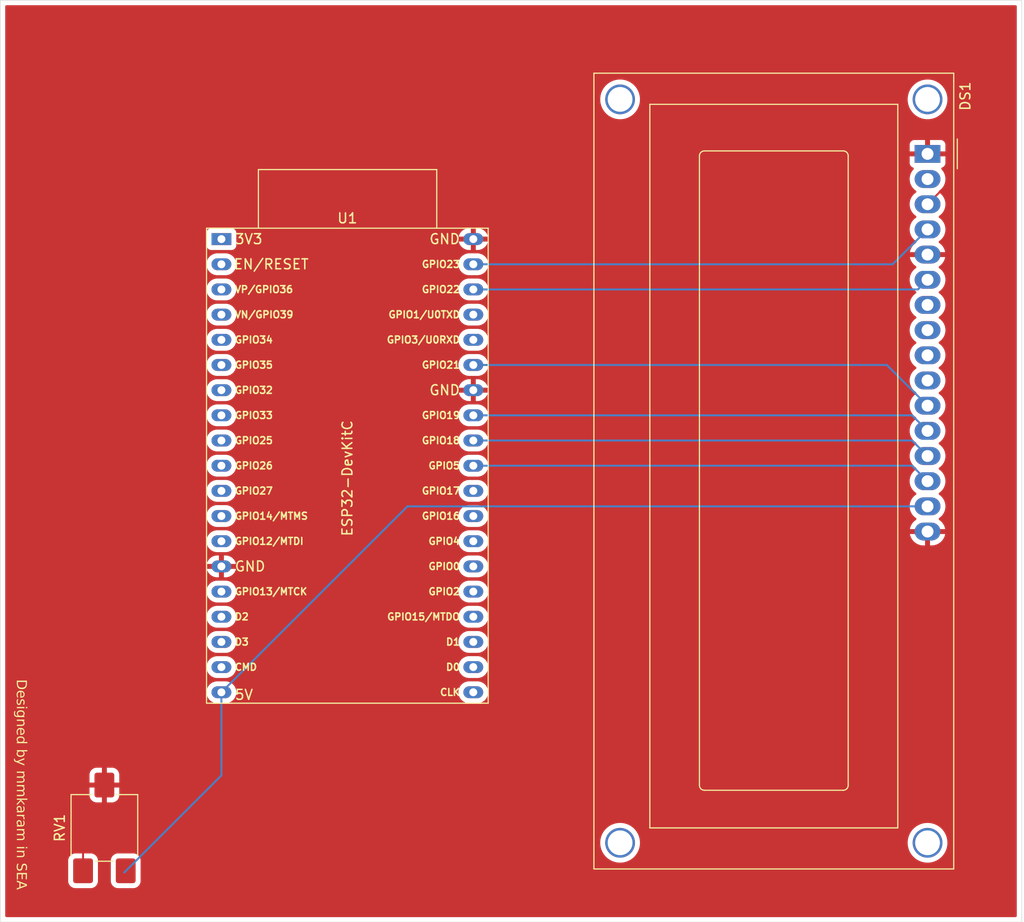
<source format=kicad_pcb>
(kicad_pcb (version 20241229) (generator "pcbnew") (generator_version "9.0")
  (layers (0 "F.Cu" signal) (2 "B.Cu" signal) (13 "F.Paste" user) (15 "B.Paste" user) (5 "F.SilkS" user "F.Silkscreen") (7 "B.SilkS" user "B.Silkscreen") (1 "F.Mask" user) (3 "B.Mask" user) (25 "Edge.Cuts" user))
  (net 0 "")
  (net 2 "Net-(DS1-LED(+))")
  (net 5 "Net-(DS1-RS)")
  (net 6 "Net-(DS1-D5)")
  (net 7 "Net-(DS1-VO)")
  (net 8 "Net-(DS1-E)")
  (net 10 "Net-(DS1-D6)")
  (net 11 "Net-(DS1-D7)")
  (net 12 "Net-(DS1-D4)")
  (net 41 "GND")
  (footprint "Display:WC1602A" (layer "F.Cu") (at 186.5 83.5 -90)
    (property "Reference" "DS1" (at -5.82 -3.81 90) (layer "F.SilkS"))
    (property "Value" "WC1602A")
    (fp_line (start -8.14 33.64) (end 72.14 33.64) (stroke (width 0.12)) (layer "F.SilkS"))
    (fp_line (start 72.14 33.64) (end 72.14 -2.64) (stroke (width 0.12)) (layer "F.SilkS"))
    (fp_line (start -5 28) (end -5 3) (stroke (width 0.12)) (layer "F.SilkS"))
    (fp_line (start 68 28) (end -5 28) (stroke (width 0.12)) (layer "F.SilkS"))
    (fp_line (start 63.70066 23) (end 0.2 23) (stroke (width 0.12)) (layer "F.SilkS"))
    (fp_line (start -0.29972 22.49932) (end -0.29972 8.5) (stroke (width 0.12)) (layer "F.SilkS"))
    (fp_line (start 64.2 8.5) (end 64.2 22.5) (stroke (width 0.12)) (layer "F.SilkS"))
    (fp_line (start 0.2 8) (end 63.7 8) (stroke (width 0.12)) (layer "F.SilkS"))
    (fp_line (start -5 3) (end 68 3) (stroke (width 0.12)) (layer "F.SilkS"))
    (fp_line (start 68 3) (end 68 28) (stroke (width 0.12)) (layer "F.SilkS"))
    (fp_line (start -8.14 -2.64) (end -8.14 33.64) (stroke (width 0.12)) (layer "F.SilkS"))
    (fp_line (start -8.13 -2.64) (end -7.34 -2.64) (stroke (width 0.12)) (layer "F.SilkS"))
    (fp_line (start 72.14 -2.64) (end -7.34 -2.64) (stroke (width 0.12)) (layer "F.SilkS"))
    (fp_line (start -1.5 -3) (end 1.5 -3) (stroke (width 0.12)) (layer "F.SilkS"))
    (fp_arc (start 0.20066 22.9997) (mid -0.153162 22.853142) (end -0.29972 22.49932) (stroke (width 0.12)) (layer "F.SilkS"))
    (fp_arc (start 64.20104 22.49932) (mid 64.054482 22.853142) (end 63.70066 22.9997) (stroke (width 0.12)) (layer "F.SilkS"))
    (fp_arc (start -0.29972 8.49884) (mid -0.153162 8.145018) (end 0.20066 7.99846) (stroke (width 0.12)) (layer "F.SilkS"))
    (fp_arc (start 63.7 8) (mid 64.053553 8.146447) (end 64.2 8.5) (stroke (width 0.12)) (layer "F.SilkS"))
    (pad "" thru_hole circle (at -5.4991 0 270) (size 3 3) (drill 2.5) (layers "*.Cu" "*.Mask"))
    (pad "" thru_hole circle (at -5.4991 31.0007 270) (size 3 3) (drill 2.5) (layers "*.Cu" "*.Mask"))
    (pad "" thru_hole circle (at 69.49948 31.0007 270) (size 3 3) (drill 2.5) (layers "*.Cu" "*.Mask"))
    (pad "" thru_hole circle (at 69.5 0 270) (size 3 3) (drill 2.5) (layers "*.Cu" "*.Mask"))
    (pad "1" thru_hole rect (at 0 0 270) (size 1.8 2.6) (drill 1.2) (layers "*.Cu" "*.Mask") (net 41 "GND"))
    (pad "2" thru_hole oval (at 2.54 0 270) (size 1.8 2.6) (drill 1.2) (layers "*.Cu" "*.Mask") (net 2 "Net-(DS1-LED(+))"))
    (pad "3" thru_hole oval (at 5.08 0 270) (size 1.8 2.6) (drill 1.2) (layers "*.Cu" "*.Mask") (net 7 "Net-(DS1-VO)"))
    (pad "4" thru_hole oval (at 7.62 0 270) (size 1.8 2.6) (drill 1.2) (layers "*.Cu" "*.Mask") (net 5 "Net-(DS1-RS)"))
    (pad "5" thru_hole oval (at 10.16 0 270) (size 1.8 2.6) (drill 1.2) (layers "*.Cu" "*.Mask") (net 41 "GND"))
    (pad "6" thru_hole oval (at 12.7 0 270) (size 1.8 2.6) (drill 1.2) (layers "*.Cu" "*.Mask") (net 8 "Net-(DS1-E)"))
    (pad "7" thru_hole oval (at 15.24 0 270) (size 1.8 2.6) (drill 1.2) (layers "*.Cu" "*.Mask"))
    (pad "8" thru_hole oval (at 17.78 0 270) (size 1.8 2.6) (drill 1.2) (layers "*.Cu" "*.Mask"))
    (pad "9" thru_hole oval (at 20.32 0 270) (size 1.8 2.6) (drill 1.2) (layers "*.Cu" "*.Mask"))
    (pad "10" thru_hole oval (at 22.86 0 270) (size 1.8 2.6) (drill 1.2) (layers "*.Cu" "*.Mask"))
    (pad "11" thru_hole oval (at 25.4 0 270) (size 1.8 2.6) (drill 1.2) (layers "*.Cu" "*.Mask") (net 12 "Net-(DS1-D4)"))
    (pad "12" thru_hole oval (at 27.94 0 270) (size 1.8 2.6) (drill 1.2) (layers "*.Cu" "*.Mask") (net 6 "Net-(DS1-D5)"))
    (pad "13" thru_hole oval (at 30.48 0 270) (size 1.8 2.6) (drill 1.2) (layers "*.Cu" "*.Mask") (net 10 "Net-(DS1-D6)"))
    (pad "14" thru_hole oval (at 33.02 0 270) (size 1.8 2.6) (drill 1.2) (layers "*.Cu" "*.Mask") (net 11 "Net-(DS1-D7)"))
    (pad "15" thru_hole oval (at 35.56 0 270) (size 1.8 2.6) (drill 1.2) (layers "*.Cu" "*.Mask") (net 2 "Net-(DS1-LED(+))"))
    (pad "16" thru_hole oval (at 38.1 0 270) (size 1.8 2.6) (drill 1.2) (layers "*.Cu" "*.Mask") (net 41 "GND"))
  )
  (footprint "Potentiometer_SMD:Potentiometer_ACP_CA6-VSMD_Vertical" (layer "F.Cu") (at 103.5 151.5 90)
    (property "Reference" "RV1" (at 0 -4.5 90) (layer "F.SilkS"))
    (property "Value" "10k")
    (fp_line (start 3.36 -3.36) (end 3.36 -1.23) (stroke (width 0.12)) (layer "F.SilkS"))
    (fp_line (start -2.845 -3.36) (end 3.36 -3.36) (stroke (width 0.12)) (layer "F.SilkS"))
    (fp_line (start -3.36 0.92) (end -3.36 -0.92) (stroke (width 0.12)) (layer "F.SilkS"))
    (fp_line (start 3.36 1.23) (end 3.36 3.36) (stroke (width 0.12)) (layer "F.SilkS"))
    (fp_line (start 3.36 3.36) (end -2.845 3.36) (stroke (width 0.12)) (layer "F.SilkS"))
    (pad "1" smd roundrect (at -4.325 2.15 90) (size 2.5 2) (layers "F.Cu" "F.Mask" "F.Paste") (roundrect_rratio 0.125) (net 2 "Net-(DS1-LED(+))"))
    (pad "2" smd roundrect (at 4.325 0 90) (size 2.5 2) (layers "F.Cu" "F.Mask" "F.Paste") (roundrect_rratio 0.125) (net 41 "GND"))
    (pad "3" smd roundrect (at -4.325 -2.15 90) (size 2.5 2) (layers "F.Cu" "F.Mask" "F.Paste") (roundrect_rratio 0.125) (net 7 "Net-(DS1-VO)"))
  )
  (footprint "PCM_Espressif:ESP32-DevKitC" (layer "F.Cu") (at 115.3 92.09656)
    (property "Reference" "U1" (at 12.7 -2.1 0) (layer "F.SilkS"))
    (property "Value" "ESP32-DevKitC" (at 12.7 24.13 90) (layer "F.SilkS"))
    (fp_line (start -1.5 46.82) (end 26.899999 46.82) (stroke (width 0.12)) (layer "F.SilkS"))
    (fp_line (start -1.499999 -1.1) (end -1.5 46.82) (stroke (width 0.12)) (layer "F.SilkS"))
    (fp_line (start 3.73012 -7.01312) (end 21.71332 -7.01312) (stroke (width 0.12)) (layer "F.SilkS"))
    (fp_line (start 3.73012 -1.12032) (end 3.73012 -7.01312) (stroke (width 0.12)) (layer "F.SilkS"))
    (fp_line (start 21.71332 -7.01312) (end 21.71332 -1.12032) (stroke (width 0.12)) (layer "F.SilkS"))
    (fp_line (start 26.899999 46.82) (end 26.9 -1.1) (stroke (width 0.12)) (layer "F.SilkS"))
    (fp_line (start 26.9 -1.1) (end -1.499999 -1.1) (stroke (width 0.12)) (layer "F.SilkS"))
    (fp_text user "CMD" (at 1.27 43.18 0) (layer "F.SilkS") (effects (font (size 0.7 0.7)) (justify left)))
    (fp_text user "GPIO33" (at 1.27 17.78 0) (layer "F.SilkS") (effects (font (size 0.7 0.7)) (justify left)))
    (fp_text user "GPIO0" (at 24.13 33.02 0) (layer "F.SilkS") (effects (font (size 0.7 0.7)) (justify right)))
    (fp_text user "GPIO12/MTDI" (at 1.27 30.48 0) (layer "F.SilkS") (effects (font (size 0.7 0.7)) (justify left)))
    (fp_text user "D2" (at 1.27 38.1 0) (layer "F.SilkS") (effects (font (size 0.7 0.7)) (justify left)))
    (fp_text user "GPIO27" (at 1.27 25.4 0) (layer "F.SilkS") (effects (font (size 0.7 0.7)) (justify left)))
    (fp_text user "3V3" (at 1.27 0 0) (layer "F.SilkS") (effects (justify left)))
    (fp_text user "GPIO22" (at 24.13 5.08 0) (layer "F.SilkS") (effects (font (size 0.7 0.7)) (justify right)))
    (fp_text user "GPIO17" (at 24.13 25.4 0) (layer "F.SilkS") (effects (font (size 0.7 0.7)) (justify right)))
    (fp_text user "GPIO3/U0RXD" (at 24.13 10.16 0) (layer "F.SilkS") (effects (font (size 0.7 0.7)) (justify right)))
    (fp_text user "GPIO23" (at 24.13 2.54 0) (layer "F.SilkS") (effects (font (size 0.7 0.7)) (justify right)))
    (fp_text user "GPIO19" (at 24.13 17.78 0) (layer "F.SilkS") (effects (font (size 0.7 0.7)) (justify right)))
    (fp_text user "5V" (at 1.26632 45.97128 0) (layer "F.SilkS") (effects (justify left)))
    (fp_text user "GPIO15/MTDO" (at 24.13 38.1 0) (layer "F.SilkS") (effects (font (size 0.7 0.7)) (justify right)))
    (fp_text user "GPIO16" (at 24.13 27.94 0) (layer "F.SilkS") (effects (font (size 0.7 0.7)) (justify right)))
    (fp_text user "VN/GPIO39" (at 1.27 7.62 0) (layer "F.SilkS") (effects (font (size 0.7 0.7)) (justify left)))
    (fp_text user "GPIO13/MTCK" (at 1.27 35.56 0) (layer "F.SilkS") (effects (font (size 0.7 0.7)) (justify left)))
    (fp_text user "CLK" (at 24.13 45.72 0) (layer "F.SilkS") (effects (font (size 0.7 0.7)) (justify right)))
    (fp_text user "GPIO25" (at 1.27 20.32 0) (layer "F.SilkS") (effects (font (size 0.7 0.7)) (justify left)))
    (fp_text user "GPIO18" (at 24.13 20.32 0) (layer "F.SilkS") (effects (font (size 0.7 0.7)) (justify right)))
    (fp_text user "GND" (at 1.27 33.02 0) (layer "F.SilkS") (effects (justify left)))
    (fp_text user "D3" (at 1.27 40.64 0) (layer "F.SilkS") (effects (font (size 0.7 0.7)) (justify left)))
    (fp_text user "GND" (at 24.13 15.24 0) (layer "F.SilkS") (effects (justify right)))
    (fp_text user "D0" (at 24.13 43.18 0) (layer "F.SilkS") (effects (font (size 0.7 0.7)) (justify right)))
    (fp_text user "EN/RESET" (at 8.88632 2.53728 0) (layer "F.SilkS") (effects (justify right)))
    (fp_text user "D1" (at 24.13 40.64 0) (layer "F.SilkS") (effects (font (size 0.7 0.7)) (justify right)))
    (fp_text user "GPIO2" (at 24.13 35.56 0) (layer "F.SilkS") (effects (font (size 0.7 0.7)) (justify right)))
    (fp_text user "GPIO21" (at 24.13 12.7 0) (layer "F.SilkS") (effects (font (size 0.7 0.7)) (justify right)))
    (fp_text user "GPIO26" (at 1.27 22.86 0) (layer "F.SilkS") (effects (font (size 0.7 0.7)) (justify left)))
    (fp_text user "GPIO4" (at 24.13 30.48 0) (layer "F.SilkS") (effects (font (size 0.7 0.7)) (justify right)))
    (fp_text user "GPIO32" (at 1.27 15.24 0) (layer "F.SilkS") (effects (font (size 0.7 0.7)) (justify left)))
    (fp_text user "GPIO5" (at 24.13 22.86 0) (layer "F.SilkS") (effects (font (size 0.7 0.7)) (justify right)))
    (fp_text user "VP/GPIO36" (at 1.27 5.08 0) (layer "F.SilkS") (effects (font (size 0.7 0.7)) (justify left)))
    (fp_text user "GPIO35" (at 1.27 12.7 0) (layer "F.SilkS") (effects (font (size 0.7 0.7)) (justify left)))
    (fp_text user "GPIO34" (at 1.27 10.16 0) (layer "F.SilkS") (effects (font (size 0.7 0.7)) (justify left)))
    (fp_text user "GND" (at 24.13 0 0) (layer "F.SilkS") (effects (justify right)))
    (fp_text user "GPIO14/MTMS" (at 1.27 27.94 0) (layer "F.SilkS") (effects (font (size 0.7 0.7)) (justify left)))
    (fp_text user "GPIO1/U0TXD" (at 24.13 7.62 0) (layer "F.SilkS") (effects (font (size 0.7 0.7)) (justify right)))
    (pad "1" thru_hole rect (at 0 0 270) (size 1.2 2) (drill 0.8) (layers "*.Cu" "*.Mask"))
    (pad "2" thru_hole oval (at 0 2.54 270) (size 1.2 2) (drill 0.8) (layers "*.Cu" "*.Mask"))
    (pad "3" thru_hole oval (at 0 5.08 270) (size 1.2 2) (drill 0.8) (layers "*.Cu" "*.Mask"))
    (pad "4" thru_hole oval (at 0 7.62 270) (size 1.2 2) (drill 0.8) (layers "*.Cu" "*.Mask"))
    (pad "5" thru_hole oval (at 0 10.16 270) (size 1.2 2) (drill 0.8) (layers "*.Cu" "*.Mask"))
    (pad "6" thru_hole oval (at 0 12.7 270) (size 1.2 2) (drill 0.8) (layers "*.Cu" "*.Mask"))
    (pad "7" thru_hole oval (at 0 15.24 270) (size 1.2 2) (drill 0.8) (layers "*.Cu" "*.Mask"))
    (pad "8" thru_hole oval (at 0 17.78 270) (size 1.2 2) (drill 0.8) (layers "*.Cu" "*.Mask"))
    (pad "9" thru_hole oval (at 0 20.32 270) (size 1.2 2) (drill 0.8) (layers "*.Cu" "*.Mask"))
    (pad "10" thru_hole oval (at 0 22.86 270) (size 1.2 2) (drill 0.8) (layers "*.Cu" "*.Mask"))
    (pad "11" thru_hole oval (at 0 25.4 270) (size 1.2 2) (drill 0.8) (layers "*.Cu" "*.Mask"))
    (pad "12" thru_hole oval (at 0 27.94 270) (size 1.2 2) (drill 0.8) (layers "*.Cu" "*.Mask"))
    (pad "13" thru_hole oval (at 0 30.48 270) (size 1.2 2) (drill 0.8) (layers "*.Cu" "*.Mask"))
    (pad "14" thru_hole oval (at 0 33.02 270) (size 1.2 2) (drill 0.8) (layers "*.Cu" "*.Mask") (net 41 "GND"))
    (pad "15" thru_hole oval (at 0 35.56 270) (size 1.2 2) (drill 0.8) (layers "*.Cu" "*.Mask"))
    (pad "16" thru_hole oval (at 0 38.1 270) (size 1.2 2) (drill 0.8) (layers "*.Cu" "*.Mask"))
    (pad "17" thru_hole oval (at 0 40.64 270) (size 1.2 2) (drill 0.8) (layers "*.Cu" "*.Mask"))
    (pad "18" thru_hole oval (at 0 43.18 270) (size 1.2 2) (drill 0.8) (layers "*.Cu" "*.Mask"))
    (pad "19" thru_hole oval (at 0 45.72 270) (size 1.2 2) (drill 0.8) (layers "*.Cu" "*.Mask") (net 2 "Net-(DS1-LED(+))"))
    (pad "20" thru_hole oval (at 25.39632 45.71728 270) (size 1.2 2) (drill 0.8) (layers "*.Cu" "*.Mask"))
    (pad "21" thru_hole oval (at 25.39632 43.17728 270) (size 1.2 2) (drill 0.8) (layers "*.Cu" "*.Mask"))
    (pad "22" thru_hole oval (at 25.4 40.64 270) (size 1.2 2) (drill 0.8) (layers "*.Cu" "*.Mask"))
    (pad "23" thru_hole oval (at 25.4 38.1 270) (size 1.2 2) (drill 0.8) (layers "*.Cu" "*.Mask"))
    (pad "24" thru_hole oval (at 25.4 35.56 270) (size 1.2 2) (drill 0.8) (layers "*.Cu" "*.Mask"))
    (pad "25" thru_hole oval (at 25.4 33.02 270) (size 1.2 2) (drill 0.8) (layers "*.Cu" "*.Mask"))
    (pad "26" thru_hole oval (at 25.4 30.48 270) (size 1.2 2) (drill 0.8) (layers "*.Cu" "*.Mask"))
    (pad "27" thru_hole oval (at 25.4 27.94 270) (size 1.2 2) (drill 0.8) (layers "*.Cu" "*.Mask"))
    (pad "28" thru_hole oval (at 25.4 25.4 270) (size 1.2 2) (drill 0.8) (layers "*.Cu" "*.Mask"))
    (pad "29" thru_hole oval (at 25.4 22.86 270) (size 1.2 2) (drill 0.8) (layers "*.Cu" "*.Mask") (net 11 "Net-(DS1-D7)"))
    (pad "30" thru_hole oval (at 25.4 20.32 270) (size 1.2 2) (drill 0.8) (layers "*.Cu" "*.Mask") (net 10 "Net-(DS1-D6)"))
    (pad "31" thru_hole oval (at 25.4 17.78 270) (size 1.2 2) (drill 0.8) (layers "*.Cu" "*.Mask") (net 6 "Net-(DS1-D5)"))
    (pad "32" thru_hole oval (at 25.4 15.24 270) (size 1.2 2) (drill 0.8) (layers "*.Cu" "*.Mask") (net 41 "GND"))
    (pad "33" thru_hole oval (at 25.4 12.7 270) (size 1.2 2) (drill 0.8) (layers "*.Cu" "*.Mask") (net 12 "Net-(DS1-D4)"))
    (pad "34" thru_hole oval (at 25.4 10.16 270) (size 1.2 2) (drill 0.8) (layers "*.Cu" "*.Mask"))
    (pad "35" thru_hole oval (at 25.4 7.62 270) (size 1.2 2) (drill 0.8) (layers "*.Cu" "*.Mask"))
    (pad "36" thru_hole oval (at 25.4 5.08 270) (size 1.2 2) (drill 0.8) (layers "*.Cu" "*.Mask") (net 8 "Net-(DS1-E)"))
    (pad "37" thru_hole oval (at 25.4 2.54 270) (size 1.2 2) (drill 0.8) (layers "*.Cu" "*.Mask") (net 5 "Net-(DS1-RS)"))
    (pad "38" thru_hole oval (at 25.4 0 270) (size 1.2 2) (drill 0.8) (layers "*.Cu" "*.Mask") (net 41 "GND"))
  )
  (gr_rect (start 93 68) (end 196 161) (stroke (width 0.05)) (fill no) (layer "Edge.Cuts"))
  (gr_text "Designed by mmkaram in SEA" (at 94.5 136.5 270) (layer "F.SilkS") (effects (font (size 1 1) (thickness 0.1)) (justify left bottom)))
  (segment (start 134.05656 119.06) (end 186.5 119.06) (width 0.2) (layer "B.Cu") (net 2))
  (segment (start 115.3 137.81656) (end 115.3 146.2) (width 0.2) (layer "B.Cu") (net 2))
  (segment (start 115.3 137.81656) (end 134.05656 119.06) (width 0.2) (layer "B.Cu") (net 2))
  (segment (start 115.3 146.2) (end 105.5 156) (width 0.2) (layer "B.Cu") (net 2))
  (segment (start 140.7 94.63656) (end 182.98344 94.63656) (width 0.2) (layer "B.Cu") (net 5))
  (segment (start 182.98344 94.63656) (end 186.5 91.12) (width 0.2) (layer "B.Cu") (net 5))
  (segment (start 184.93656 109.87656) (end 186.5 111.44) (width 0.2) (layer "B.Cu") (net 6))
  (segment (start 140.7 109.87656) (end 184.93656 109.87656) (width 0.2) (layer "B.Cu") (net 6))
  (segment (start 101.35 155.825) (end 101.35 77.15) (width 0.2) (layer "F.Cu") (net 7))
  (segment (start 191.5 83.58) (end 186.5 88.58) (width 0.2) (layer "F.Cu") (net 7))
  (segment (start 101.35 77.15) (end 109 69.5) (width 0.2) (layer "F.Cu") (net 7))
  (segment (start 109 69.5) (end 191.5 69.5) (width 0.2) (layer "F.Cu") (net 7))
  (segment (start 191.5 69.5) (end 191.5 83.58) (width 0.2) (layer "F.Cu") (net 7))
  (segment (start 140.7 97.17656) (end 185.52344 97.17656) (width 0.2) (layer "B.Cu") (net 8))
  (segment (start 185.52344 97.17656) (end 186.5 96.2) (width 0.2) (layer "B.Cu") (net 8))
  (segment (start 140.7 112.41656) (end 184.93656 112.41656) (width 0.2) (layer "B.Cu") (net 10))
  (segment (start 184.93656 112.41656) (end 186.5 113.98) (width 0.2) (layer "B.Cu") (net 10))
  (segment (start 184.93656 114.95656) (end 186.5 116.52) (width 0.2) (layer "B.Cu") (net 11))
  (segment (start 140.7 114.95656) (end 184.93656 114.95656) (width 0.2) (layer "B.Cu") (net 11))
  (segment (start 140.7 104.79656) (end 182.39656 104.79656) (width 0.2) (layer "B.Cu") (net 12))
  (segment (start 182.39656 104.79656) (end 186.5 108.9) (width 0.2) (layer "B.Cu") (net 12))
  (zone (net 41) (net_name "GND") (layer "F.Cu") (connect_pads (clearance 0.5)) (min_thickness 0.25) (fill yes (thermal_gap 0.5) (thermal_bridge_width 0.5))
    (polygon (pts (xy 93.03073 68) (xy 93 161) (xy 196.251305 161) (xy 196.004798 68)))
  )
)
</source>
